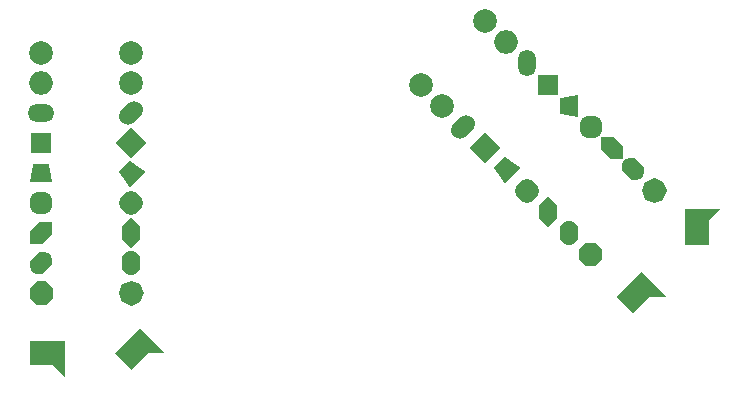
<source format=gbr>
%TF.GenerationSoftware,KiCad,Pcbnew,5.99.0-unknown-9424d66d22~106~ubuntu18.04.1*%
%TF.CreationDate,2021-01-09T19:56:30+08:00*%
%TF.ProjectId,Flashpads,466c6173-6870-4616-9473-2e6b69636164,rev?*%
%TF.SameCoordinates,Original*%
%TF.FileFunction,Paste,Bot*%
%TF.FilePolarity,Positive*%
%FSLAX46Y46*%
G04 Gerber Fmt 4.6, Leading zero omitted, Abs format (unit mm)*
G04 Created by KiCad (PCBNEW 5.99.0-unknown-9424d66d22~106~ubuntu18.04.1) date 2021-01-09 19:56:30*
%MOMM*%
%LPD*%
G01*
G04 APERTURE LIST*
G04 Aperture macros list*
%AMRoundRect*
0 Rectangle with rounded corners*
0 $1 Rounding radius*
0 $2 $3 $4 $5 $6 $7 $8 $9 X,Y pos of 4 corners*
0 Add a 4 corners polygon primitive as box body*
4,1,4,$2,$3,$4,$5,$6,$7,$8,$9,$2,$3,0*
0 Add four circle primitives for the rounded corners*
1,1,$1+$1,$2,$3,0*
1,1,$1+$1,$4,$5,0*
1,1,$1+$1,$6,$7,0*
1,1,$1+$1,$8,$9,0*
0 Add four rect primitives between the rounded corners*
20,1,$1+$1,$2,$3,$4,$5,0*
20,1,$1+$1,$4,$5,$6,$7,0*
20,1,$1+$1,$6,$7,$8,$9,0*
20,1,$1+$1,$8,$9,$2,$3,0*%
%AMHorizOval*
0 Thick line with rounded ends*
0 $1 width*
0 $2 $3 position (X,Y) of the first rounded end (center of the circle)*
0 $4 $5 position (X,Y) of the second rounded end (center of the circle)*
0 Add line between two ends*
20,1,$1,$2,$3,$4,$5,0*
0 Add two circle primitives to create the rounded ends*
1,1,$1,$2,$3,0*
1,1,$1,$4,$5,0*%
%AMRotRect*
0 Rectangle, with rotation*
0 The origin of the aperture is its center*
0 $1 length*
0 $2 width*
0 $3 Rotation angle, in degrees counterclockwise*
0 Add horizontal line*
21,1,$1,$2,0,0,$3*%
%AMOutline4P*
0 Free polygon, 4 corners , with rotation*
0 The origin of the aperture is its center*
0 number of corners: always 4*
0 $1 to $8 corner X, Y*
0 $9 Rotation angle, in degrees counterclockwise*
0 create outline with 4 corners*
4,1,4,$1,$2,$3,$4,$5,$6,$7,$8,$1,$2,$9*%
%AMOutline5P*
0 Free polygon, 5 corners , with rotation*
0 The origin of the aperture is its center*
0 number of corners: always 8*
0 $1 to $10 corner X, Y*
0 $11 Rotation angle, in degrees counterclockwise*
0 create outline with 8 corners*
4,1,5,$1,$2,$3,$4,$5,$6,$7,$8,$9,$10,$1,$2,$11*%
%AMOutline6P*
0 Free polygon, 6 corners , with rotation*
0 The origin of the aperture is its center*
0 number of corners: always 6*
0 $1 to $12 corner X, Y*
0 $13 Rotation angle, in degrees counterclockwise*
0 create outline with 6 corners*
4,1,6,$1,$2,$3,$4,$5,$6,$7,$8,$9,$10,$11,$12,$1,$2,$13*%
%AMOutline7P*
0 Free polygon, 7 corners , with rotation*
0 The origin of the aperture is its center*
0 number of corners: always 7*
0 $1 to $14 corner X, Y*
0 $15 Rotation angle, in degrees counterclockwise*
0 create outline with 7 corners*
4,1,7,$1,$2,$3,$4,$5,$6,$7,$8,$9,$10,$11,$12,$13,$14,$1,$2,$15*%
%AMOutline8P*
0 Free polygon, 8 corners , with rotation*
0 The origin of the aperture is its center*
0 number of corners: always 8*
0 $1 to $16 corner X, Y*
0 $17 Rotation angle, in degrees counterclockwise*
0 create outline with 8 corners*
4,1,8,$1,$2,$3,$4,$5,$6,$7,$8,$9,$10,$11,$12,$13,$14,$15,$16,$1,$2,$17*%
G04 Aperture macros list end*
%ADD10C,2.000000*%
%ADD11HorizOval,2.000000X0.000000X0.000000X0.000000X0.000000X0*%
%ADD12HorizOval,1.500000X0.265165X0.265165X-0.265165X-0.265165X0*%
%ADD13RotRect,1.800000X1.800000X45.000000*%
%ADD14Outline4P,-0.950000X-0.800000X0.950000X-0.800000X0.650000X0.800000X-0.650000X0.800000X45.000000*%
%ADD15RoundRect,0.540000X0.000000X-0.509117X0.509117X0.000000X0.000000X0.509117X-0.509117X0.000000X0*%
%ADD16Outline6P,0.180000X-0.900000X-0.900000X-0.900000X-0.900000X0.180000X-0.180000X0.900000X0.900000X0.900000X0.900000X-0.180000X45.000000*%
%AMFp17*
4,1,19,0.180000,-0.899999,-0.360000,-0.899999,-0.472272,-0.888199,-0.610180,-0.838549,-0.729655,-0.753643,-0.821896,-0.639735,-0.880107,-0.505217,-0.899999,-0.360000,-0.899999,0.180000,-0.180000,0.899999,0.360000,0.899999,0.472272,0.888199,0.610180,0.838549,0.729655,0.753643,0.821896,0.639735,0.880107,0.505217,0.899999,0.360000,0.899999,-0.180000,0.180000,-0.899999,0.180000,-0.899999,$1*%
%ADD17Fp17,45.000000*%
%AMFp18*
4,1,19,0.179999,-0.900000,-0.360000,-0.900000,-0.472272,-0.888200,-0.610180,-0.838550,-0.729655,-0.753643,-0.821897,-0.639735,-0.880108,-0.505216,-0.900000,-0.359999,-0.900000,0.180000,-0.179999,0.900000,0.360000,0.900000,0.472272,0.888200,0.610180,0.838550,0.729655,0.753643,0.821897,0.639735,0.880108,0.505216,0.900000,0.359999,0.900000,-0.180000,0.179999,-0.900000,0.179999,-0.900000,$1*%
%ADD18Fp18,90.000000*%
%ADD19Outline6P,0.180000X-0.900000X-0.900000X-0.900000X-0.900000X0.180000X-0.180000X0.900000X0.900000X0.900000X0.900000X-0.180000X90.000000*%
%ADD20RoundRect,0.540000X0.360000X-0.360000X0.360000X0.360000X-0.360000X0.360000X-0.360000X-0.360000X0*%
%ADD21Outline4P,-0.950000X-0.800000X0.950000X-0.800000X0.650000X0.800000X-0.650000X0.800000X90.000000*%
%ADD22R,1.800000X1.800000*%
%ADD23O,1.500000X2.250000*%
%ADD24O,2.000000X2.000000*%
%AMFp25*
4,1,19,0.180000,-0.900000,-0.360000,-0.900000,-0.472272,-0.888200,-0.610180,-0.838550,-0.729655,-0.753643,-0.821897,-0.639735,-0.880108,-0.505217,-0.900000,-0.360000,-0.900000,0.180000,-0.180000,0.900000,0.360000,0.900000,0.472272,0.888200,0.610180,0.838550,0.729655,0.753643,0.821897,0.639735,0.880108,0.505217,0.900000,0.360000,0.900000,-0.180000,0.180000,-0.900000,0.180000,-0.900000,$1*%
%ADD25Fp25,0.000000*%
%ADD26Outline6P,0.180000X-0.900000X-0.900000X-0.900000X-0.900000X0.180000X-0.180000X0.900000X0.900000X0.900000X0.900000X-0.180000X0.000000*%
%ADD27RoundRect,0.540000X-0.360000X-0.360000X0.360000X-0.360000X0.360000X0.360000X-0.360000X0.360000X0*%
%ADD28Outline4P,-0.950000X-0.800000X0.950000X-0.800000X0.650000X0.800000X-0.650000X0.800000X0.000000*%
%ADD29O,2.250000X1.500000*%
G04 APERTURE END LIST*
D10*
%TO.C,U2*%
X72390000Y-28956000D03*
D11*
X74186051Y-30752051D03*
D12*
X75982102Y-32548102D03*
D13*
X77778154Y-34344154D03*
D14*
X79574205Y-36140205D03*
D15*
X81370256Y-37936256D03*
D16*
X83166307Y-39732307D03*
D17*
X84962359Y-41528359D03*
G36*
X86375441Y-42340647D02*
G01*
X87141378Y-42340646D01*
X87141379Y-42340647D01*
X87183805Y-42358220D01*
X87724671Y-42899086D01*
X87737097Y-42929086D01*
X87742245Y-42941513D01*
X87742244Y-43707308D01*
X87724671Y-43749734D01*
X87183734Y-44290671D01*
X87183730Y-44290672D01*
X87183729Y-44290674D01*
X87165271Y-44298318D01*
X87141308Y-44308244D01*
X87141306Y-44308243D01*
X87141301Y-44308245D01*
X86375436Y-44308173D01*
X86357076Y-44300566D01*
X86333015Y-44290600D01*
X85792221Y-43749804D01*
X85792220Y-43749804D01*
X85774647Y-43707379D01*
X85774646Y-42941442D01*
X85781926Y-42923868D01*
X85792220Y-42899015D01*
X86333015Y-42358220D01*
X86375441Y-42340647D01*
G37*
G36*
X91416312Y-37173968D02*
G01*
X92123946Y-36880856D01*
X92123947Y-36880856D01*
X92169867Y-36880856D01*
X92876543Y-37173570D01*
X92899504Y-37196532D01*
X92909015Y-37206043D01*
X93202072Y-37913546D01*
X93202072Y-37959467D01*
X92909320Y-38666235D01*
X92909316Y-38666238D01*
X92909316Y-38666240D01*
X92895188Y-38680366D01*
X92876848Y-38698706D01*
X92876845Y-38698706D01*
X92876842Y-38698709D01*
X92169246Y-38991728D01*
X92149373Y-38991726D01*
X92123331Y-38991726D01*
X91416748Y-38699049D01*
X91416747Y-38699049D01*
X91384276Y-38666578D01*
X91091164Y-37958944D01*
X91091164Y-37939922D01*
X91091164Y-37913023D01*
X91383840Y-37206439D01*
X91416312Y-37173968D01*
G37*
D18*
X90350512Y-36140205D03*
D19*
X88554461Y-34344154D03*
D20*
X86758410Y-32548102D03*
D21*
X84962359Y-30752051D03*
D22*
X83166307Y-28956000D03*
D23*
X81370256Y-27159949D03*
D24*
X79574205Y-25363898D03*
D10*
X77778154Y-23567846D03*
G36*
X93178939Y-46916512D02*
G01*
X91764725Y-46916512D01*
X90350512Y-48330725D01*
X88936299Y-46916512D01*
X91057618Y-44795192D01*
X93178939Y-46916512D01*
G37*
G36*
X97738666Y-39528360D02*
G01*
X96738666Y-40528360D01*
X96738665Y-42528359D01*
X94738666Y-42528358D01*
X94738667Y-39528359D01*
X97738666Y-39528360D01*
G37*
%TD*%
%TO.C,U1*%
G36*
X50707427Y-51689000D02*
G01*
X49293213Y-51689000D01*
X47879000Y-53103213D01*
X46464787Y-51689000D01*
X48586106Y-49567680D01*
X50707427Y-51689000D01*
G37*
G36*
X42259000Y-53689000D02*
G01*
X41259000Y-52689000D01*
X39259000Y-52689000D01*
X39259000Y-50689000D01*
X42259000Y-50689000D01*
X42259000Y-53689000D01*
G37*
X47879000Y-26289000D03*
D11*
X47879000Y-28829000D03*
D12*
X47879000Y-31369000D03*
D13*
X47879000Y-33909000D03*
D14*
X47879000Y-36449000D03*
D15*
X47879000Y-38989000D03*
D16*
X47879000Y-41529000D03*
D17*
X47879000Y-44069000D03*
G36*
X47901652Y-45553615D02*
G01*
X48609286Y-45846726D01*
X48609287Y-45846727D01*
X48641759Y-45879198D01*
X48934473Y-46585874D01*
X48934473Y-46618345D01*
X48934473Y-46631796D01*
X48641415Y-47339299D01*
X48608944Y-47371771D01*
X47902176Y-47664523D01*
X47902172Y-47664523D01*
X47902170Y-47664525D01*
X47882192Y-47664523D01*
X47856255Y-47664523D01*
X47856254Y-47664521D01*
X47856249Y-47664521D01*
X47148708Y-47371371D01*
X47134657Y-47357317D01*
X47116241Y-47338902D01*
X46823566Y-46632318D01*
X46823565Y-46632317D01*
X46823565Y-46586398D01*
X47116676Y-45878764D01*
X47130127Y-45865313D01*
X47149148Y-45846291D01*
X47855732Y-45553615D01*
X47901652Y-45553615D01*
G37*
G36*
X40683826Y-45642574D02*
G01*
X41225426Y-46184173D01*
X41225426Y-46184174D01*
X41243000Y-46226600D01*
X41243000Y-46991500D01*
X41230573Y-47021500D01*
X41225426Y-47033927D01*
X40683926Y-47575426D01*
X40641500Y-47593000D01*
X39876500Y-47593000D01*
X39876496Y-47592998D01*
X39876494Y-47592999D01*
X39858037Y-47585352D01*
X39834074Y-47575426D01*
X39834073Y-47575424D01*
X39834069Y-47575422D01*
X39292570Y-47033822D01*
X39284967Y-47015461D01*
X39275000Y-46991400D01*
X39275001Y-46226600D01*
X39275001Y-46226599D01*
X39292574Y-46184174D01*
X39834173Y-45642574D01*
X39851747Y-45635295D01*
X39876600Y-45625000D01*
X40641400Y-45625000D01*
X40683826Y-45642574D01*
G37*
D25*
X40259000Y-44069000D03*
D26*
X40259000Y-41529000D03*
D27*
X40259000Y-38989000D03*
D28*
X40259000Y-36449000D03*
D22*
X40259000Y-33909000D03*
D29*
X40259000Y-31369000D03*
D24*
X40259000Y-28829000D03*
D10*
X40259000Y-26289000D03*
%TD*%
M02*

</source>
